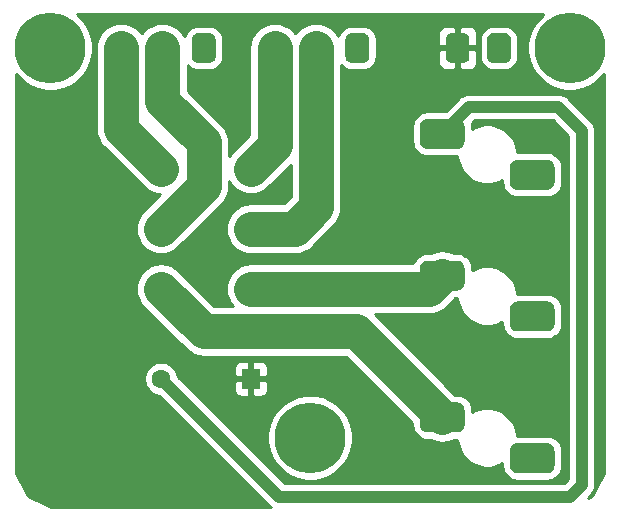
<source format=gtl>
G04 #@! TF.GenerationSoftware,KiCad,Pcbnew,5.1.5-1.fc31*
G04 #@! TF.CreationDate,2020-01-08T13:59:17+01:00*
G04 #@! TF.ProjectId,troll-relay,74726f6c-6c2d-4726-956c-61792e6b6963,rev?*
G04 #@! TF.SameCoordinates,Original*
G04 #@! TF.FileFunction,Copper,L1,Top*
G04 #@! TF.FilePolarity,Positive*
%FSLAX46Y46*%
G04 Gerber Fmt 4.6, Leading zero omitted, Abs format (unit mm)*
G04 Created by KiCad (PCBNEW 5.1.5-1.fc31) date 2020-01-08 13:59:17*
%MOMM*%
%LPD*%
G04 APERTURE LIST*
%ADD10C,0.100000*%
%ADD11C,1.600000*%
%ADD12R,1.600000X1.800000*%
%ADD13C,6.000000*%
%ADD14C,3.000000*%
%ADD15C,1.000000*%
%ADD16C,0.254000*%
G04 APERTURE END LIST*
G04 #@! TA.AperFunction,ComponentPad*
D10*
G36*
X163127241Y-133463058D02*
G01*
X163188882Y-133472201D01*
X163249331Y-133487343D01*
X163308004Y-133508336D01*
X163364337Y-133534980D01*
X163417787Y-133567017D01*
X163467840Y-133604138D01*
X163514013Y-133645987D01*
X163555862Y-133692160D01*
X163592983Y-133742213D01*
X163625020Y-133795663D01*
X163651664Y-133851996D01*
X163672657Y-133910669D01*
X163687799Y-133971118D01*
X163696942Y-134032759D01*
X163700000Y-134095000D01*
X163700000Y-135365000D01*
X163696942Y-135427241D01*
X163687799Y-135488882D01*
X163672657Y-135549331D01*
X163651664Y-135608004D01*
X163625020Y-135664337D01*
X163592983Y-135717787D01*
X163555862Y-135767840D01*
X163514013Y-135814013D01*
X163467840Y-135855862D01*
X163417787Y-135892983D01*
X163364337Y-135925020D01*
X163308004Y-135951664D01*
X163249331Y-135972657D01*
X163188882Y-135987799D01*
X163127241Y-135996942D01*
X163065000Y-136000000D01*
X160555000Y-136000000D01*
X160492759Y-135996942D01*
X160431118Y-135987799D01*
X160370669Y-135972657D01*
X160311996Y-135951664D01*
X160255663Y-135925020D01*
X160202213Y-135892983D01*
X160152160Y-135855862D01*
X160105987Y-135814013D01*
X160064138Y-135767840D01*
X160027017Y-135717787D01*
X159994980Y-135664337D01*
X159968336Y-135608004D01*
X159947343Y-135549331D01*
X159932201Y-135488882D01*
X159923058Y-135427241D01*
X159920000Y-135365000D01*
X159920000Y-134095000D01*
X159923058Y-134032759D01*
X159932201Y-133971118D01*
X159947343Y-133910669D01*
X159968336Y-133851996D01*
X159994980Y-133795663D01*
X160027017Y-133742213D01*
X160064138Y-133692160D01*
X160105987Y-133645987D01*
X160152160Y-133604138D01*
X160202213Y-133567017D01*
X160255663Y-133534980D01*
X160311996Y-133508336D01*
X160370669Y-133487343D01*
X160431118Y-133472201D01*
X160492759Y-133463058D01*
X160555000Y-133460000D01*
X163065000Y-133460000D01*
X163127241Y-133463058D01*
G37*
G04 #@! TD.AperFunction*
G04 #@! TA.AperFunction,ComponentPad*
G36*
X155507241Y-130003058D02*
G01*
X155568882Y-130012201D01*
X155629331Y-130027343D01*
X155688004Y-130048336D01*
X155744337Y-130074980D01*
X155797787Y-130107017D01*
X155847840Y-130144138D01*
X155894013Y-130185987D01*
X155935862Y-130232160D01*
X155972983Y-130282213D01*
X156005020Y-130335663D01*
X156031664Y-130391996D01*
X156052657Y-130450669D01*
X156067799Y-130511118D01*
X156076942Y-130572759D01*
X156080000Y-130635000D01*
X156080000Y-131905000D01*
X156076942Y-131967241D01*
X156067799Y-132028882D01*
X156052657Y-132089331D01*
X156031664Y-132148004D01*
X156005020Y-132204337D01*
X155972983Y-132257787D01*
X155935862Y-132307840D01*
X155894013Y-132354013D01*
X155847840Y-132395862D01*
X155797787Y-132432983D01*
X155744337Y-132465020D01*
X155688004Y-132491664D01*
X155629331Y-132512657D01*
X155568882Y-132527799D01*
X155507241Y-132536942D01*
X155445000Y-132540000D01*
X152935000Y-132540000D01*
X152872759Y-132536942D01*
X152811118Y-132527799D01*
X152750669Y-132512657D01*
X152691996Y-132491664D01*
X152635663Y-132465020D01*
X152582213Y-132432983D01*
X152532160Y-132395862D01*
X152485987Y-132354013D01*
X152444138Y-132307840D01*
X152407017Y-132257787D01*
X152374980Y-132204337D01*
X152348336Y-132148004D01*
X152327343Y-132089331D01*
X152312201Y-132028882D01*
X152303058Y-131967241D01*
X152300000Y-131905000D01*
X152300000Y-130635000D01*
X152303058Y-130572759D01*
X152312201Y-130511118D01*
X152327343Y-130450669D01*
X152348336Y-130391996D01*
X152374980Y-130335663D01*
X152407017Y-130282213D01*
X152444138Y-130232160D01*
X152485987Y-130185987D01*
X152532160Y-130144138D01*
X152582213Y-130107017D01*
X152635663Y-130074980D01*
X152691996Y-130048336D01*
X152750669Y-130027343D01*
X152811118Y-130012201D01*
X152872759Y-130003058D01*
X152935000Y-130000000D01*
X155445000Y-130000000D01*
X155507241Y-130003058D01*
G37*
G04 #@! TD.AperFunction*
G04 #@! TA.AperFunction,ComponentPad*
G36*
X163127241Y-109463058D02*
G01*
X163188882Y-109472201D01*
X163249331Y-109487343D01*
X163308004Y-109508336D01*
X163364337Y-109534980D01*
X163417787Y-109567017D01*
X163467840Y-109604138D01*
X163514013Y-109645987D01*
X163555862Y-109692160D01*
X163592983Y-109742213D01*
X163625020Y-109795663D01*
X163651664Y-109851996D01*
X163672657Y-109910669D01*
X163687799Y-109971118D01*
X163696942Y-110032759D01*
X163700000Y-110095000D01*
X163700000Y-111365000D01*
X163696942Y-111427241D01*
X163687799Y-111488882D01*
X163672657Y-111549331D01*
X163651664Y-111608004D01*
X163625020Y-111664337D01*
X163592983Y-111717787D01*
X163555862Y-111767840D01*
X163514013Y-111814013D01*
X163467840Y-111855862D01*
X163417787Y-111892983D01*
X163364337Y-111925020D01*
X163308004Y-111951664D01*
X163249331Y-111972657D01*
X163188882Y-111987799D01*
X163127241Y-111996942D01*
X163065000Y-112000000D01*
X160555000Y-112000000D01*
X160492759Y-111996942D01*
X160431118Y-111987799D01*
X160370669Y-111972657D01*
X160311996Y-111951664D01*
X160255663Y-111925020D01*
X160202213Y-111892983D01*
X160152160Y-111855862D01*
X160105987Y-111814013D01*
X160064138Y-111767840D01*
X160027017Y-111717787D01*
X159994980Y-111664337D01*
X159968336Y-111608004D01*
X159947343Y-111549331D01*
X159932201Y-111488882D01*
X159923058Y-111427241D01*
X159920000Y-111365000D01*
X159920000Y-110095000D01*
X159923058Y-110032759D01*
X159932201Y-109971118D01*
X159947343Y-109910669D01*
X159968336Y-109851996D01*
X159994980Y-109795663D01*
X160027017Y-109742213D01*
X160064138Y-109692160D01*
X160105987Y-109645987D01*
X160152160Y-109604138D01*
X160202213Y-109567017D01*
X160255663Y-109534980D01*
X160311996Y-109508336D01*
X160370669Y-109487343D01*
X160431118Y-109472201D01*
X160492759Y-109463058D01*
X160555000Y-109460000D01*
X163065000Y-109460000D01*
X163127241Y-109463058D01*
G37*
G04 #@! TD.AperFunction*
G04 #@! TA.AperFunction,ComponentPad*
G36*
X155507241Y-106003058D02*
G01*
X155568882Y-106012201D01*
X155629331Y-106027343D01*
X155688004Y-106048336D01*
X155744337Y-106074980D01*
X155797787Y-106107017D01*
X155847840Y-106144138D01*
X155894013Y-106185987D01*
X155935862Y-106232160D01*
X155972983Y-106282213D01*
X156005020Y-106335663D01*
X156031664Y-106391996D01*
X156052657Y-106450669D01*
X156067799Y-106511118D01*
X156076942Y-106572759D01*
X156080000Y-106635000D01*
X156080000Y-107905000D01*
X156076942Y-107967241D01*
X156067799Y-108028882D01*
X156052657Y-108089331D01*
X156031664Y-108148004D01*
X156005020Y-108204337D01*
X155972983Y-108257787D01*
X155935862Y-108307840D01*
X155894013Y-108354013D01*
X155847840Y-108395862D01*
X155797787Y-108432983D01*
X155744337Y-108465020D01*
X155688004Y-108491664D01*
X155629331Y-108512657D01*
X155568882Y-108527799D01*
X155507241Y-108536942D01*
X155445000Y-108540000D01*
X152935000Y-108540000D01*
X152872759Y-108536942D01*
X152811118Y-108527799D01*
X152750669Y-108512657D01*
X152691996Y-108491664D01*
X152635663Y-108465020D01*
X152582213Y-108432983D01*
X152532160Y-108395862D01*
X152485987Y-108354013D01*
X152444138Y-108307840D01*
X152407017Y-108257787D01*
X152374980Y-108204337D01*
X152348336Y-108148004D01*
X152327343Y-108089331D01*
X152312201Y-108028882D01*
X152303058Y-107967241D01*
X152300000Y-107905000D01*
X152300000Y-106635000D01*
X152303058Y-106572759D01*
X152312201Y-106511118D01*
X152327343Y-106450669D01*
X152348336Y-106391996D01*
X152374980Y-106335663D01*
X152407017Y-106282213D01*
X152444138Y-106232160D01*
X152485987Y-106185987D01*
X152532160Y-106144138D01*
X152582213Y-106107017D01*
X152635663Y-106074980D01*
X152691996Y-106048336D01*
X152750669Y-106027343D01*
X152811118Y-106012201D01*
X152872759Y-106003058D01*
X152935000Y-106000000D01*
X155445000Y-106000000D01*
X155507241Y-106003058D01*
G37*
G04 #@! TD.AperFunction*
G04 #@! TA.AperFunction,ComponentPad*
G36*
X127549009Y-98752408D02*
G01*
X127597545Y-98759607D01*
X127645142Y-98771530D01*
X127691342Y-98788060D01*
X127735698Y-98809039D01*
X127777785Y-98834265D01*
X127817197Y-98863495D01*
X127853553Y-98896447D01*
X127886505Y-98932803D01*
X127915735Y-98972215D01*
X127940961Y-99014302D01*
X127961940Y-99058658D01*
X127978470Y-99104858D01*
X127990393Y-99152455D01*
X127997592Y-99200991D01*
X128000000Y-99250000D01*
X128000000Y-100750000D01*
X127997592Y-100799009D01*
X127990393Y-100847545D01*
X127978470Y-100895142D01*
X127961940Y-100941342D01*
X127940961Y-100985698D01*
X127915735Y-101027785D01*
X127886505Y-101067197D01*
X127853553Y-101103553D01*
X127817197Y-101136505D01*
X127777785Y-101165735D01*
X127735698Y-101190961D01*
X127691342Y-101211940D01*
X127645142Y-101228470D01*
X127597545Y-101240393D01*
X127549009Y-101247592D01*
X127500000Y-101250000D01*
X126500000Y-101250000D01*
X126450991Y-101247592D01*
X126402455Y-101240393D01*
X126354858Y-101228470D01*
X126308658Y-101211940D01*
X126264302Y-101190961D01*
X126222215Y-101165735D01*
X126182803Y-101136505D01*
X126146447Y-101103553D01*
X126113495Y-101067197D01*
X126084265Y-101027785D01*
X126059039Y-100985698D01*
X126038060Y-100941342D01*
X126021530Y-100895142D01*
X126009607Y-100847545D01*
X126002408Y-100799009D01*
X126000000Y-100750000D01*
X126000000Y-99250000D01*
X126002408Y-99200991D01*
X126009607Y-99152455D01*
X126021530Y-99104858D01*
X126038060Y-99058658D01*
X126059039Y-99014302D01*
X126084265Y-98972215D01*
X126113495Y-98932803D01*
X126146447Y-98896447D01*
X126182803Y-98863495D01*
X126222215Y-98834265D01*
X126264302Y-98809039D01*
X126308658Y-98788060D01*
X126354858Y-98771530D01*
X126402455Y-98759607D01*
X126450991Y-98752408D01*
X126500000Y-98750000D01*
X127500000Y-98750000D01*
X127549009Y-98752408D01*
G37*
G04 #@! TD.AperFunction*
G04 #@! TA.AperFunction,ComponentPad*
G36*
X131049009Y-98752408D02*
G01*
X131097545Y-98759607D01*
X131145142Y-98771530D01*
X131191342Y-98788060D01*
X131235698Y-98809039D01*
X131277785Y-98834265D01*
X131317197Y-98863495D01*
X131353553Y-98896447D01*
X131386505Y-98932803D01*
X131415735Y-98972215D01*
X131440961Y-99014302D01*
X131461940Y-99058658D01*
X131478470Y-99104858D01*
X131490393Y-99152455D01*
X131497592Y-99200991D01*
X131500000Y-99250000D01*
X131500000Y-100750000D01*
X131497592Y-100799009D01*
X131490393Y-100847545D01*
X131478470Y-100895142D01*
X131461940Y-100941342D01*
X131440961Y-100985698D01*
X131415735Y-101027785D01*
X131386505Y-101067197D01*
X131353553Y-101103553D01*
X131317197Y-101136505D01*
X131277785Y-101165735D01*
X131235698Y-101190961D01*
X131191342Y-101211940D01*
X131145142Y-101228470D01*
X131097545Y-101240393D01*
X131049009Y-101247592D01*
X131000000Y-101250000D01*
X130000000Y-101250000D01*
X129950991Y-101247592D01*
X129902455Y-101240393D01*
X129854858Y-101228470D01*
X129808658Y-101211940D01*
X129764302Y-101190961D01*
X129722215Y-101165735D01*
X129682803Y-101136505D01*
X129646447Y-101103553D01*
X129613495Y-101067197D01*
X129584265Y-101027785D01*
X129559039Y-100985698D01*
X129538060Y-100941342D01*
X129521530Y-100895142D01*
X129509607Y-100847545D01*
X129502408Y-100799009D01*
X129500000Y-100750000D01*
X129500000Y-99250000D01*
X129502408Y-99200991D01*
X129509607Y-99152455D01*
X129521530Y-99104858D01*
X129538060Y-99058658D01*
X129559039Y-99014302D01*
X129584265Y-98972215D01*
X129613495Y-98932803D01*
X129646447Y-98896447D01*
X129682803Y-98863495D01*
X129722215Y-98834265D01*
X129764302Y-98809039D01*
X129808658Y-98788060D01*
X129854858Y-98771530D01*
X129902455Y-98759607D01*
X129950991Y-98752408D01*
X130000000Y-98750000D01*
X131000000Y-98750000D01*
X131049009Y-98752408D01*
G37*
G04 #@! TD.AperFunction*
G04 #@! TA.AperFunction,ComponentPad*
G36*
X134549009Y-98752408D02*
G01*
X134597545Y-98759607D01*
X134645142Y-98771530D01*
X134691342Y-98788060D01*
X134735698Y-98809039D01*
X134777785Y-98834265D01*
X134817197Y-98863495D01*
X134853553Y-98896447D01*
X134886505Y-98932803D01*
X134915735Y-98972215D01*
X134940961Y-99014302D01*
X134961940Y-99058658D01*
X134978470Y-99104858D01*
X134990393Y-99152455D01*
X134997592Y-99200991D01*
X135000000Y-99250000D01*
X135000000Y-100750000D01*
X134997592Y-100799009D01*
X134990393Y-100847545D01*
X134978470Y-100895142D01*
X134961940Y-100941342D01*
X134940961Y-100985698D01*
X134915735Y-101027785D01*
X134886505Y-101067197D01*
X134853553Y-101103553D01*
X134817197Y-101136505D01*
X134777785Y-101165735D01*
X134735698Y-101190961D01*
X134691342Y-101211940D01*
X134645142Y-101228470D01*
X134597545Y-101240393D01*
X134549009Y-101247592D01*
X134500000Y-101250000D01*
X133500000Y-101250000D01*
X133450991Y-101247592D01*
X133402455Y-101240393D01*
X133354858Y-101228470D01*
X133308658Y-101211940D01*
X133264302Y-101190961D01*
X133222215Y-101165735D01*
X133182803Y-101136505D01*
X133146447Y-101103553D01*
X133113495Y-101067197D01*
X133084265Y-101027785D01*
X133059039Y-100985698D01*
X133038060Y-100941342D01*
X133021530Y-100895142D01*
X133009607Y-100847545D01*
X133002408Y-100799009D01*
X133000000Y-100750000D01*
X133000000Y-99250000D01*
X133002408Y-99200991D01*
X133009607Y-99152455D01*
X133021530Y-99104858D01*
X133038060Y-99058658D01*
X133059039Y-99014302D01*
X133084265Y-98972215D01*
X133113495Y-98932803D01*
X133146447Y-98896447D01*
X133182803Y-98863495D01*
X133222215Y-98834265D01*
X133264302Y-98809039D01*
X133308658Y-98788060D01*
X133354858Y-98771530D01*
X133402455Y-98759607D01*
X133450991Y-98752408D01*
X133500000Y-98750000D01*
X134500000Y-98750000D01*
X134549009Y-98752408D01*
G37*
G04 #@! TD.AperFunction*
G04 #@! TA.AperFunction,ComponentPad*
G36*
X163127241Y-121463058D02*
G01*
X163188882Y-121472201D01*
X163249331Y-121487343D01*
X163308004Y-121508336D01*
X163364337Y-121534980D01*
X163417787Y-121567017D01*
X163467840Y-121604138D01*
X163514013Y-121645987D01*
X163555862Y-121692160D01*
X163592983Y-121742213D01*
X163625020Y-121795663D01*
X163651664Y-121851996D01*
X163672657Y-121910669D01*
X163687799Y-121971118D01*
X163696942Y-122032759D01*
X163700000Y-122095000D01*
X163700000Y-123365000D01*
X163696942Y-123427241D01*
X163687799Y-123488882D01*
X163672657Y-123549331D01*
X163651664Y-123608004D01*
X163625020Y-123664337D01*
X163592983Y-123717787D01*
X163555862Y-123767840D01*
X163514013Y-123814013D01*
X163467840Y-123855862D01*
X163417787Y-123892983D01*
X163364337Y-123925020D01*
X163308004Y-123951664D01*
X163249331Y-123972657D01*
X163188882Y-123987799D01*
X163127241Y-123996942D01*
X163065000Y-124000000D01*
X160555000Y-124000000D01*
X160492759Y-123996942D01*
X160431118Y-123987799D01*
X160370669Y-123972657D01*
X160311996Y-123951664D01*
X160255663Y-123925020D01*
X160202213Y-123892983D01*
X160152160Y-123855862D01*
X160105987Y-123814013D01*
X160064138Y-123767840D01*
X160027017Y-123717787D01*
X159994980Y-123664337D01*
X159968336Y-123608004D01*
X159947343Y-123549331D01*
X159932201Y-123488882D01*
X159923058Y-123427241D01*
X159920000Y-123365000D01*
X159920000Y-122095000D01*
X159923058Y-122032759D01*
X159932201Y-121971118D01*
X159947343Y-121910669D01*
X159968336Y-121851996D01*
X159994980Y-121795663D01*
X160027017Y-121742213D01*
X160064138Y-121692160D01*
X160105987Y-121645987D01*
X160152160Y-121604138D01*
X160202213Y-121567017D01*
X160255663Y-121534980D01*
X160311996Y-121508336D01*
X160370669Y-121487343D01*
X160431118Y-121472201D01*
X160492759Y-121463058D01*
X160555000Y-121460000D01*
X163065000Y-121460000D01*
X163127241Y-121463058D01*
G37*
G04 #@! TD.AperFunction*
G04 #@! TA.AperFunction,ComponentPad*
G36*
X155507241Y-118003058D02*
G01*
X155568882Y-118012201D01*
X155629331Y-118027343D01*
X155688004Y-118048336D01*
X155744337Y-118074980D01*
X155797787Y-118107017D01*
X155847840Y-118144138D01*
X155894013Y-118185987D01*
X155935862Y-118232160D01*
X155972983Y-118282213D01*
X156005020Y-118335663D01*
X156031664Y-118391996D01*
X156052657Y-118450669D01*
X156067799Y-118511118D01*
X156076942Y-118572759D01*
X156080000Y-118635000D01*
X156080000Y-119905000D01*
X156076942Y-119967241D01*
X156067799Y-120028882D01*
X156052657Y-120089331D01*
X156031664Y-120148004D01*
X156005020Y-120204337D01*
X155972983Y-120257787D01*
X155935862Y-120307840D01*
X155894013Y-120354013D01*
X155847840Y-120395862D01*
X155797787Y-120432983D01*
X155744337Y-120465020D01*
X155688004Y-120491664D01*
X155629331Y-120512657D01*
X155568882Y-120527799D01*
X155507241Y-120536942D01*
X155445000Y-120540000D01*
X152935000Y-120540000D01*
X152872759Y-120536942D01*
X152811118Y-120527799D01*
X152750669Y-120512657D01*
X152691996Y-120491664D01*
X152635663Y-120465020D01*
X152582213Y-120432983D01*
X152532160Y-120395862D01*
X152485987Y-120354013D01*
X152444138Y-120307840D01*
X152407017Y-120257787D01*
X152374980Y-120204337D01*
X152348336Y-120148004D01*
X152327343Y-120089331D01*
X152312201Y-120028882D01*
X152303058Y-119967241D01*
X152300000Y-119905000D01*
X152300000Y-118635000D01*
X152303058Y-118572759D01*
X152312201Y-118511118D01*
X152327343Y-118450669D01*
X152348336Y-118391996D01*
X152374980Y-118335663D01*
X152407017Y-118282213D01*
X152444138Y-118232160D01*
X152485987Y-118185987D01*
X152532160Y-118144138D01*
X152582213Y-118107017D01*
X152635663Y-118074980D01*
X152691996Y-118048336D01*
X152750669Y-118027343D01*
X152811118Y-118012201D01*
X152872759Y-118003058D01*
X152935000Y-118000000D01*
X155445000Y-118000000D01*
X155507241Y-118003058D01*
G37*
G04 #@! TD.AperFunction*
G04 #@! TA.AperFunction,ComponentPad*
G36*
X140549009Y-98752408D02*
G01*
X140597545Y-98759607D01*
X140645142Y-98771530D01*
X140691342Y-98788060D01*
X140735698Y-98809039D01*
X140777785Y-98834265D01*
X140817197Y-98863495D01*
X140853553Y-98896447D01*
X140886505Y-98932803D01*
X140915735Y-98972215D01*
X140940961Y-99014302D01*
X140961940Y-99058658D01*
X140978470Y-99104858D01*
X140990393Y-99152455D01*
X140997592Y-99200991D01*
X141000000Y-99250000D01*
X141000000Y-100750000D01*
X140997592Y-100799009D01*
X140990393Y-100847545D01*
X140978470Y-100895142D01*
X140961940Y-100941342D01*
X140940961Y-100985698D01*
X140915735Y-101027785D01*
X140886505Y-101067197D01*
X140853553Y-101103553D01*
X140817197Y-101136505D01*
X140777785Y-101165735D01*
X140735698Y-101190961D01*
X140691342Y-101211940D01*
X140645142Y-101228470D01*
X140597545Y-101240393D01*
X140549009Y-101247592D01*
X140500000Y-101250000D01*
X139500000Y-101250000D01*
X139450991Y-101247592D01*
X139402455Y-101240393D01*
X139354858Y-101228470D01*
X139308658Y-101211940D01*
X139264302Y-101190961D01*
X139222215Y-101165735D01*
X139182803Y-101136505D01*
X139146447Y-101103553D01*
X139113495Y-101067197D01*
X139084265Y-101027785D01*
X139059039Y-100985698D01*
X139038060Y-100941342D01*
X139021530Y-100895142D01*
X139009607Y-100847545D01*
X139002408Y-100799009D01*
X139000000Y-100750000D01*
X139000000Y-99250000D01*
X139002408Y-99200991D01*
X139009607Y-99152455D01*
X139021530Y-99104858D01*
X139038060Y-99058658D01*
X139059039Y-99014302D01*
X139084265Y-98972215D01*
X139113495Y-98932803D01*
X139146447Y-98896447D01*
X139182803Y-98863495D01*
X139222215Y-98834265D01*
X139264302Y-98809039D01*
X139308658Y-98788060D01*
X139354858Y-98771530D01*
X139402455Y-98759607D01*
X139450991Y-98752408D01*
X139500000Y-98750000D01*
X140500000Y-98750000D01*
X140549009Y-98752408D01*
G37*
G04 #@! TD.AperFunction*
G04 #@! TA.AperFunction,ComponentPad*
G36*
X144049009Y-98752408D02*
G01*
X144097545Y-98759607D01*
X144145142Y-98771530D01*
X144191342Y-98788060D01*
X144235698Y-98809039D01*
X144277785Y-98834265D01*
X144317197Y-98863495D01*
X144353553Y-98896447D01*
X144386505Y-98932803D01*
X144415735Y-98972215D01*
X144440961Y-99014302D01*
X144461940Y-99058658D01*
X144478470Y-99104858D01*
X144490393Y-99152455D01*
X144497592Y-99200991D01*
X144500000Y-99250000D01*
X144500000Y-100750000D01*
X144497592Y-100799009D01*
X144490393Y-100847545D01*
X144478470Y-100895142D01*
X144461940Y-100941342D01*
X144440961Y-100985698D01*
X144415735Y-101027785D01*
X144386505Y-101067197D01*
X144353553Y-101103553D01*
X144317197Y-101136505D01*
X144277785Y-101165735D01*
X144235698Y-101190961D01*
X144191342Y-101211940D01*
X144145142Y-101228470D01*
X144097545Y-101240393D01*
X144049009Y-101247592D01*
X144000000Y-101250000D01*
X143000000Y-101250000D01*
X142950991Y-101247592D01*
X142902455Y-101240393D01*
X142854858Y-101228470D01*
X142808658Y-101211940D01*
X142764302Y-101190961D01*
X142722215Y-101165735D01*
X142682803Y-101136505D01*
X142646447Y-101103553D01*
X142613495Y-101067197D01*
X142584265Y-101027785D01*
X142559039Y-100985698D01*
X142538060Y-100941342D01*
X142521530Y-100895142D01*
X142509607Y-100847545D01*
X142502408Y-100799009D01*
X142500000Y-100750000D01*
X142500000Y-99250000D01*
X142502408Y-99200991D01*
X142509607Y-99152455D01*
X142521530Y-99104858D01*
X142538060Y-99058658D01*
X142559039Y-99014302D01*
X142584265Y-98972215D01*
X142613495Y-98932803D01*
X142646447Y-98896447D01*
X142682803Y-98863495D01*
X142722215Y-98834265D01*
X142764302Y-98809039D01*
X142808658Y-98788060D01*
X142854858Y-98771530D01*
X142902455Y-98759607D01*
X142950991Y-98752408D01*
X143000000Y-98750000D01*
X144000000Y-98750000D01*
X144049009Y-98752408D01*
G37*
G04 #@! TD.AperFunction*
G04 #@! TA.AperFunction,ComponentPad*
G36*
X147549009Y-98752408D02*
G01*
X147597545Y-98759607D01*
X147645142Y-98771530D01*
X147691342Y-98788060D01*
X147735698Y-98809039D01*
X147777785Y-98834265D01*
X147817197Y-98863495D01*
X147853553Y-98896447D01*
X147886505Y-98932803D01*
X147915735Y-98972215D01*
X147940961Y-99014302D01*
X147961940Y-99058658D01*
X147978470Y-99104858D01*
X147990393Y-99152455D01*
X147997592Y-99200991D01*
X148000000Y-99250000D01*
X148000000Y-100750000D01*
X147997592Y-100799009D01*
X147990393Y-100847545D01*
X147978470Y-100895142D01*
X147961940Y-100941342D01*
X147940961Y-100985698D01*
X147915735Y-101027785D01*
X147886505Y-101067197D01*
X147853553Y-101103553D01*
X147817197Y-101136505D01*
X147777785Y-101165735D01*
X147735698Y-101190961D01*
X147691342Y-101211940D01*
X147645142Y-101228470D01*
X147597545Y-101240393D01*
X147549009Y-101247592D01*
X147500000Y-101250000D01*
X146500000Y-101250000D01*
X146450991Y-101247592D01*
X146402455Y-101240393D01*
X146354858Y-101228470D01*
X146308658Y-101211940D01*
X146264302Y-101190961D01*
X146222215Y-101165735D01*
X146182803Y-101136505D01*
X146146447Y-101103553D01*
X146113495Y-101067197D01*
X146084265Y-101027785D01*
X146059039Y-100985698D01*
X146038060Y-100941342D01*
X146021530Y-100895142D01*
X146009607Y-100847545D01*
X146002408Y-100799009D01*
X146000000Y-100750000D01*
X146000000Y-99250000D01*
X146002408Y-99200991D01*
X146009607Y-99152455D01*
X146021530Y-99104858D01*
X146038060Y-99058658D01*
X146059039Y-99014302D01*
X146084265Y-98972215D01*
X146113495Y-98932803D01*
X146146447Y-98896447D01*
X146182803Y-98863495D01*
X146222215Y-98834265D01*
X146264302Y-98809039D01*
X146308658Y-98788060D01*
X146354858Y-98771530D01*
X146402455Y-98759607D01*
X146450991Y-98752408D01*
X146500000Y-98750000D01*
X147500000Y-98750000D01*
X147549009Y-98752408D01*
G37*
G04 #@! TD.AperFunction*
G04 #@! TA.AperFunction,ComponentPad*
G36*
X156049009Y-98752408D02*
G01*
X156097545Y-98759607D01*
X156145142Y-98771530D01*
X156191342Y-98788060D01*
X156235698Y-98809039D01*
X156277785Y-98834265D01*
X156317197Y-98863495D01*
X156353553Y-98896447D01*
X156386505Y-98932803D01*
X156415735Y-98972215D01*
X156440961Y-99014302D01*
X156461940Y-99058658D01*
X156478470Y-99104858D01*
X156490393Y-99152455D01*
X156497592Y-99200991D01*
X156500000Y-99250000D01*
X156500000Y-100750000D01*
X156497592Y-100799009D01*
X156490393Y-100847545D01*
X156478470Y-100895142D01*
X156461940Y-100941342D01*
X156440961Y-100985698D01*
X156415735Y-101027785D01*
X156386505Y-101067197D01*
X156353553Y-101103553D01*
X156317197Y-101136505D01*
X156277785Y-101165735D01*
X156235698Y-101190961D01*
X156191342Y-101211940D01*
X156145142Y-101228470D01*
X156097545Y-101240393D01*
X156049009Y-101247592D01*
X156000000Y-101250000D01*
X155000000Y-101250000D01*
X154950991Y-101247592D01*
X154902455Y-101240393D01*
X154854858Y-101228470D01*
X154808658Y-101211940D01*
X154764302Y-101190961D01*
X154722215Y-101165735D01*
X154682803Y-101136505D01*
X154646447Y-101103553D01*
X154613495Y-101067197D01*
X154584265Y-101027785D01*
X154559039Y-100985698D01*
X154538060Y-100941342D01*
X154521530Y-100895142D01*
X154509607Y-100847545D01*
X154502408Y-100799009D01*
X154500000Y-100750000D01*
X154500000Y-99250000D01*
X154502408Y-99200991D01*
X154509607Y-99152455D01*
X154521530Y-99104858D01*
X154538060Y-99058658D01*
X154559039Y-99014302D01*
X154584265Y-98972215D01*
X154613495Y-98932803D01*
X154646447Y-98896447D01*
X154682803Y-98863495D01*
X154722215Y-98834265D01*
X154764302Y-98809039D01*
X154808658Y-98788060D01*
X154854858Y-98771530D01*
X154902455Y-98759607D01*
X154950991Y-98752408D01*
X155000000Y-98750000D01*
X156000000Y-98750000D01*
X156049009Y-98752408D01*
G37*
G04 #@! TD.AperFunction*
G04 #@! TA.AperFunction,ComponentPad*
G36*
X159549009Y-98752408D02*
G01*
X159597545Y-98759607D01*
X159645142Y-98771530D01*
X159691342Y-98788060D01*
X159735698Y-98809039D01*
X159777785Y-98834265D01*
X159817197Y-98863495D01*
X159853553Y-98896447D01*
X159886505Y-98932803D01*
X159915735Y-98972215D01*
X159940961Y-99014302D01*
X159961940Y-99058658D01*
X159978470Y-99104858D01*
X159990393Y-99152455D01*
X159997592Y-99200991D01*
X160000000Y-99250000D01*
X160000000Y-100750000D01*
X159997592Y-100799009D01*
X159990393Y-100847545D01*
X159978470Y-100895142D01*
X159961940Y-100941342D01*
X159940961Y-100985698D01*
X159915735Y-101027785D01*
X159886505Y-101067197D01*
X159853553Y-101103553D01*
X159817197Y-101136505D01*
X159777785Y-101165735D01*
X159735698Y-101190961D01*
X159691342Y-101211940D01*
X159645142Y-101228470D01*
X159597545Y-101240393D01*
X159549009Y-101247592D01*
X159500000Y-101250000D01*
X158500000Y-101250000D01*
X158450991Y-101247592D01*
X158402455Y-101240393D01*
X158354858Y-101228470D01*
X158308658Y-101211940D01*
X158264302Y-101190961D01*
X158222215Y-101165735D01*
X158182803Y-101136505D01*
X158146447Y-101103553D01*
X158113495Y-101067197D01*
X158084265Y-101027785D01*
X158059039Y-100985698D01*
X158038060Y-100941342D01*
X158021530Y-100895142D01*
X158009607Y-100847545D01*
X158002408Y-100799009D01*
X158000000Y-100750000D01*
X158000000Y-99250000D01*
X158002408Y-99200991D01*
X158009607Y-99152455D01*
X158021530Y-99104858D01*
X158038060Y-99058658D01*
X158059039Y-99014302D01*
X158084265Y-98972215D01*
X158113495Y-98932803D01*
X158146447Y-98896447D01*
X158182803Y-98863495D01*
X158222215Y-98834265D01*
X158264302Y-98809039D01*
X158308658Y-98788060D01*
X158354858Y-98771530D01*
X158402455Y-98759607D01*
X158450991Y-98752408D01*
X158500000Y-98750000D01*
X159500000Y-98750000D01*
X159549009Y-98752408D01*
G37*
G04 #@! TD.AperFunction*
D11*
X138000000Y-115300000D03*
X138000000Y-110220000D03*
X138000000Y-120380000D03*
X130380000Y-128000000D03*
D12*
X138000000Y-128000000D03*
D11*
X130380000Y-110220000D03*
X130380000Y-115300000D03*
X130380000Y-120380000D03*
D13*
X143000000Y-133000000D03*
X121000000Y-100000000D03*
X165000000Y-100000000D03*
D14*
X153080000Y-120380000D02*
X154190000Y-119270000D01*
X138000000Y-120380000D02*
X153080000Y-120380000D01*
X146920000Y-124000000D02*
X154190000Y-131270000D01*
X130380000Y-120380000D02*
X134000000Y-124000000D01*
X134000000Y-124000000D02*
X146920000Y-124000000D01*
D15*
X154190000Y-107270000D02*
X156460000Y-105000000D01*
X156460000Y-105000000D02*
X164000000Y-105000000D01*
X164000000Y-105000000D02*
X166000000Y-107000000D01*
X166000000Y-107000000D02*
X166000000Y-137000000D01*
X166000000Y-137000000D02*
X165000000Y-138000000D01*
X140380000Y-138000000D02*
X130380000Y-128000000D01*
X165000000Y-138000000D02*
X140380000Y-138000000D01*
D14*
X140000000Y-108220000D02*
X138000000Y-110220000D01*
X140000000Y-100000000D02*
X140000000Y-108220000D01*
X130380000Y-115300000D02*
X134000000Y-111680000D01*
X134000000Y-111680000D02*
X134000000Y-108000000D01*
X130500000Y-104500000D02*
X130500000Y-100000000D01*
X134000000Y-108000000D02*
X130500000Y-104500000D01*
X143500000Y-100000000D02*
X143500000Y-113500000D01*
X141700000Y-115300000D02*
X138000000Y-115300000D01*
X143500000Y-113500000D02*
X141700000Y-115300000D01*
X127000000Y-106840000D02*
X130380000Y-110220000D01*
X127000000Y-100000000D02*
X127000000Y-106840000D01*
D16*
G36*
X162682823Y-97176511D02*
G01*
X162176511Y-97682823D01*
X161778705Y-98278182D01*
X161504691Y-98939710D01*
X161365000Y-99641984D01*
X161365000Y-100358016D01*
X161504691Y-101060290D01*
X161778705Y-101721818D01*
X162176511Y-102317177D01*
X162682823Y-102823489D01*
X163278182Y-103221295D01*
X163939710Y-103495309D01*
X164641984Y-103635000D01*
X165358016Y-103635000D01*
X166060290Y-103495309D01*
X166721818Y-103221295D01*
X167317177Y-102823489D01*
X167823489Y-102317177D01*
X167873000Y-102243079D01*
X167873000Y-135970020D01*
X166905340Y-137905340D01*
X166494243Y-138110888D01*
X166763145Y-137841987D01*
X166806449Y-137806449D01*
X166889684Y-137705028D01*
X166948284Y-137633623D01*
X167053676Y-137436447D01*
X167118577Y-137222499D01*
X167140491Y-137000000D01*
X167135000Y-136944248D01*
X167135000Y-107055751D01*
X167140491Y-106999999D01*
X167118577Y-106777500D01*
X167075767Y-106636378D01*
X167053676Y-106563553D01*
X166948284Y-106366377D01*
X166806449Y-106193551D01*
X166763141Y-106158009D01*
X164841996Y-104236865D01*
X164806449Y-104193551D01*
X164633623Y-104051716D01*
X164436447Y-103946324D01*
X164222499Y-103881423D01*
X164055752Y-103865000D01*
X164055751Y-103865000D01*
X164000000Y-103859509D01*
X163944249Y-103865000D01*
X156515752Y-103865000D01*
X156460000Y-103859509D01*
X156404248Y-103865000D01*
X156237501Y-103881423D01*
X156023553Y-103946324D01*
X155826377Y-104051716D01*
X155653551Y-104193551D01*
X155618009Y-104236859D01*
X154492941Y-105361928D01*
X152935000Y-105361928D01*
X152686636Y-105386390D01*
X152447816Y-105458835D01*
X152227719Y-105576479D01*
X152034802Y-105734802D01*
X151876479Y-105927719D01*
X151758835Y-106147816D01*
X151686390Y-106386636D01*
X151661928Y-106635000D01*
X151661928Y-107905000D01*
X151686390Y-108153364D01*
X151758835Y-108392184D01*
X151876479Y-108612281D01*
X152034802Y-108805198D01*
X152227719Y-108963521D01*
X152447816Y-109081165D01*
X152686636Y-109153610D01*
X152935000Y-109178072D01*
X155445000Y-109178072D01*
X155475000Y-109175117D01*
X155475000Y-109248691D01*
X155572035Y-109736515D01*
X155762374Y-110196036D01*
X156038705Y-110609593D01*
X156390407Y-110961295D01*
X156803964Y-111237626D01*
X157263485Y-111427965D01*
X157751309Y-111525000D01*
X158248691Y-111525000D01*
X158736515Y-111427965D01*
X159196036Y-111237626D01*
X159281928Y-111180235D01*
X159281928Y-111365000D01*
X159306390Y-111613364D01*
X159378835Y-111852184D01*
X159496479Y-112072281D01*
X159654802Y-112265198D01*
X159847719Y-112423521D01*
X160067816Y-112541165D01*
X160306636Y-112613610D01*
X160555000Y-112638072D01*
X163065000Y-112638072D01*
X163313364Y-112613610D01*
X163552184Y-112541165D01*
X163772281Y-112423521D01*
X163965198Y-112265198D01*
X164123521Y-112072281D01*
X164241165Y-111852184D01*
X164313610Y-111613364D01*
X164338072Y-111365000D01*
X164338072Y-110095000D01*
X164313610Y-109846636D01*
X164241165Y-109607816D01*
X164123521Y-109387719D01*
X163965198Y-109194802D01*
X163772281Y-109036479D01*
X163552184Y-108918835D01*
X163313364Y-108846390D01*
X163065000Y-108821928D01*
X160555000Y-108821928D01*
X160525000Y-108824883D01*
X160525000Y-108751309D01*
X160427965Y-108263485D01*
X160237626Y-107803964D01*
X159961295Y-107390407D01*
X159609593Y-107038705D01*
X159196036Y-106762374D01*
X158736515Y-106572035D01*
X158248691Y-106475000D01*
X157751309Y-106475000D01*
X157263485Y-106572035D01*
X156803964Y-106762374D01*
X156718072Y-106819765D01*
X156718072Y-106635000D01*
X156693610Y-106386636D01*
X156690092Y-106375039D01*
X156930132Y-106135000D01*
X163529869Y-106135000D01*
X164865000Y-107470132D01*
X164865001Y-136529867D01*
X164529868Y-136865000D01*
X140850133Y-136865000D01*
X136627117Y-132641984D01*
X139365000Y-132641984D01*
X139365000Y-133358016D01*
X139504691Y-134060290D01*
X139778705Y-134721818D01*
X140176511Y-135317177D01*
X140682823Y-135823489D01*
X141278182Y-136221295D01*
X141939710Y-136495309D01*
X142641984Y-136635000D01*
X143358016Y-136635000D01*
X144060290Y-136495309D01*
X144721818Y-136221295D01*
X145317177Y-135823489D01*
X145823489Y-135317177D01*
X146221295Y-134721818D01*
X146495309Y-134060290D01*
X146635000Y-133358016D01*
X146635000Y-132641984D01*
X146495309Y-131939710D01*
X146221295Y-131278182D01*
X145823489Y-130682823D01*
X145317177Y-130176511D01*
X144721818Y-129778705D01*
X144060290Y-129504691D01*
X143358016Y-129365000D01*
X142641984Y-129365000D01*
X141939710Y-129504691D01*
X141278182Y-129778705D01*
X140682823Y-130176511D01*
X140176511Y-130682823D01*
X139778705Y-131278182D01*
X139504691Y-131939710D01*
X139365000Y-132641984D01*
X136627117Y-132641984D01*
X132885132Y-128900000D01*
X136561928Y-128900000D01*
X136574188Y-129024482D01*
X136610498Y-129144180D01*
X136669463Y-129254494D01*
X136748815Y-129351185D01*
X136845506Y-129430537D01*
X136955820Y-129489502D01*
X137075518Y-129525812D01*
X137200000Y-129538072D01*
X137714250Y-129535000D01*
X137873000Y-129376250D01*
X137873000Y-128127000D01*
X138127000Y-128127000D01*
X138127000Y-129376250D01*
X138285750Y-129535000D01*
X138800000Y-129538072D01*
X138924482Y-129525812D01*
X139044180Y-129489502D01*
X139154494Y-129430537D01*
X139251185Y-129351185D01*
X139330537Y-129254494D01*
X139389502Y-129144180D01*
X139425812Y-129024482D01*
X139438072Y-128900000D01*
X139435000Y-128285750D01*
X139276250Y-128127000D01*
X138127000Y-128127000D01*
X137873000Y-128127000D01*
X136723750Y-128127000D01*
X136565000Y-128285750D01*
X136561928Y-128900000D01*
X132885132Y-128900000D01*
X131807850Y-127822719D01*
X131759853Y-127581426D01*
X131651680Y-127320273D01*
X131504499Y-127100000D01*
X136561928Y-127100000D01*
X136565000Y-127714250D01*
X136723750Y-127873000D01*
X137873000Y-127873000D01*
X137873000Y-126623750D01*
X138127000Y-126623750D01*
X138127000Y-127873000D01*
X139276250Y-127873000D01*
X139435000Y-127714250D01*
X139438072Y-127100000D01*
X139425812Y-126975518D01*
X139389502Y-126855820D01*
X139330537Y-126745506D01*
X139251185Y-126648815D01*
X139154494Y-126569463D01*
X139044180Y-126510498D01*
X138924482Y-126474188D01*
X138800000Y-126461928D01*
X138285750Y-126465000D01*
X138127000Y-126623750D01*
X137873000Y-126623750D01*
X137714250Y-126465000D01*
X137200000Y-126461928D01*
X137075518Y-126474188D01*
X136955820Y-126510498D01*
X136845506Y-126569463D01*
X136748815Y-126648815D01*
X136669463Y-126745506D01*
X136610498Y-126855820D01*
X136574188Y-126975518D01*
X136561928Y-127100000D01*
X131504499Y-127100000D01*
X131494637Y-127085241D01*
X131294759Y-126885363D01*
X131059727Y-126728320D01*
X130798574Y-126620147D01*
X130521335Y-126565000D01*
X130238665Y-126565000D01*
X129961426Y-126620147D01*
X129700273Y-126728320D01*
X129465241Y-126885363D01*
X129265363Y-127085241D01*
X129108320Y-127320273D01*
X129000147Y-127581426D01*
X128945000Y-127858665D01*
X128945000Y-128141335D01*
X129000147Y-128418574D01*
X129108320Y-128679727D01*
X129265363Y-128914759D01*
X129465241Y-129114637D01*
X129700273Y-129271680D01*
X129961426Y-129379853D01*
X130202719Y-129427850D01*
X139538013Y-138763146D01*
X139573551Y-138806449D01*
X139616854Y-138841987D01*
X139616856Y-138841989D01*
X139654643Y-138873000D01*
X121029980Y-138873000D01*
X119094660Y-137905340D01*
X118127000Y-135970020D01*
X118127000Y-120380000D01*
X128234671Y-120380000D01*
X128275893Y-120798533D01*
X128397975Y-121200982D01*
X128596224Y-121571881D01*
X128796165Y-121815510D01*
X132416167Y-125435513D01*
X132483023Y-125516977D01*
X132564487Y-125583833D01*
X132564489Y-125583835D01*
X132736338Y-125724868D01*
X132808119Y-125783777D01*
X133179018Y-125982026D01*
X133581467Y-126104108D01*
X133895118Y-126135000D01*
X133895127Y-126135000D01*
X133999999Y-126145329D01*
X134104871Y-126135000D01*
X146035655Y-126135000D01*
X151661928Y-131761274D01*
X151661928Y-131905000D01*
X151686390Y-132153364D01*
X151758835Y-132392184D01*
X151876479Y-132612281D01*
X152034802Y-132805198D01*
X152227719Y-132963521D01*
X152447816Y-133081165D01*
X152686636Y-133153610D01*
X152935000Y-133178072D01*
X153230660Y-133178072D01*
X153369018Y-133252026D01*
X153771466Y-133374108D01*
X154190000Y-133415329D01*
X154608533Y-133374108D01*
X155010982Y-133252026D01*
X155149340Y-133178072D01*
X155445000Y-133178072D01*
X155475000Y-133175117D01*
X155475000Y-133248691D01*
X155572035Y-133736515D01*
X155762374Y-134196036D01*
X156038705Y-134609593D01*
X156390407Y-134961295D01*
X156803964Y-135237626D01*
X157263485Y-135427965D01*
X157751309Y-135525000D01*
X158248691Y-135525000D01*
X158736515Y-135427965D01*
X159196036Y-135237626D01*
X159281928Y-135180235D01*
X159281928Y-135365000D01*
X159306390Y-135613364D01*
X159378835Y-135852184D01*
X159496479Y-136072281D01*
X159654802Y-136265198D01*
X159847719Y-136423521D01*
X160067816Y-136541165D01*
X160306636Y-136613610D01*
X160555000Y-136638072D01*
X163065000Y-136638072D01*
X163313364Y-136613610D01*
X163552184Y-136541165D01*
X163772281Y-136423521D01*
X163965198Y-136265198D01*
X164123521Y-136072281D01*
X164241165Y-135852184D01*
X164313610Y-135613364D01*
X164338072Y-135365000D01*
X164338072Y-134095000D01*
X164313610Y-133846636D01*
X164241165Y-133607816D01*
X164123521Y-133387719D01*
X163965198Y-133194802D01*
X163772281Y-133036479D01*
X163552184Y-132918835D01*
X163313364Y-132846390D01*
X163065000Y-132821928D01*
X160555000Y-132821928D01*
X160525000Y-132824883D01*
X160525000Y-132751309D01*
X160427965Y-132263485D01*
X160237626Y-131803964D01*
X159961295Y-131390407D01*
X159609593Y-131038705D01*
X159196036Y-130762374D01*
X158736515Y-130572035D01*
X158248691Y-130475000D01*
X157751309Y-130475000D01*
X157263485Y-130572035D01*
X156803964Y-130762374D01*
X156718072Y-130819765D01*
X156718072Y-130635000D01*
X156693610Y-130386636D01*
X156621165Y-130147816D01*
X156503521Y-129927719D01*
X156345198Y-129734802D01*
X156152281Y-129576479D01*
X155932184Y-129458835D01*
X155693364Y-129386390D01*
X155445000Y-129361928D01*
X155301274Y-129361928D01*
X148503837Y-122564492D01*
X148463220Y-122515000D01*
X152975128Y-122515000D01*
X153080000Y-122525329D01*
X153184872Y-122515000D01*
X153184882Y-122515000D01*
X153498533Y-122484108D01*
X153900982Y-122362026D01*
X154271881Y-122163777D01*
X154596977Y-121896977D01*
X154663837Y-121815508D01*
X155301273Y-121178072D01*
X155445000Y-121178072D01*
X155475000Y-121175117D01*
X155475000Y-121248691D01*
X155572035Y-121736515D01*
X155762374Y-122196036D01*
X156038705Y-122609593D01*
X156390407Y-122961295D01*
X156803964Y-123237626D01*
X157263485Y-123427965D01*
X157751309Y-123525000D01*
X158248691Y-123525000D01*
X158736515Y-123427965D01*
X159196036Y-123237626D01*
X159281928Y-123180235D01*
X159281928Y-123365000D01*
X159306390Y-123613364D01*
X159378835Y-123852184D01*
X159496479Y-124072281D01*
X159654802Y-124265198D01*
X159847719Y-124423521D01*
X160067816Y-124541165D01*
X160306636Y-124613610D01*
X160555000Y-124638072D01*
X163065000Y-124638072D01*
X163313364Y-124613610D01*
X163552184Y-124541165D01*
X163772281Y-124423521D01*
X163965198Y-124265198D01*
X164123521Y-124072281D01*
X164241165Y-123852184D01*
X164313610Y-123613364D01*
X164338072Y-123365000D01*
X164338072Y-122095000D01*
X164313610Y-121846636D01*
X164241165Y-121607816D01*
X164123521Y-121387719D01*
X163965198Y-121194802D01*
X163772281Y-121036479D01*
X163552184Y-120918835D01*
X163313364Y-120846390D01*
X163065000Y-120821928D01*
X160555000Y-120821928D01*
X160525000Y-120824883D01*
X160525000Y-120751309D01*
X160427965Y-120263485D01*
X160237626Y-119803964D01*
X159961295Y-119390407D01*
X159609593Y-119038705D01*
X159196036Y-118762374D01*
X158736515Y-118572035D01*
X158248691Y-118475000D01*
X157751309Y-118475000D01*
X157263485Y-118572035D01*
X156803964Y-118762374D01*
X156718072Y-118819765D01*
X156718072Y-118635000D01*
X156693610Y-118386636D01*
X156621165Y-118147816D01*
X156503521Y-117927719D01*
X156345198Y-117734802D01*
X156152281Y-117576479D01*
X155932184Y-117458835D01*
X155693364Y-117386390D01*
X155445000Y-117361928D01*
X155149339Y-117361928D01*
X155010982Y-117287975D01*
X154608533Y-117165893D01*
X154189999Y-117124671D01*
X153771466Y-117165893D01*
X153369017Y-117287975D01*
X153230661Y-117361928D01*
X152935000Y-117361928D01*
X152686636Y-117386390D01*
X152447816Y-117458835D01*
X152227719Y-117576479D01*
X152034802Y-117734802D01*
X151876479Y-117927719D01*
X151758835Y-118147816D01*
X151729355Y-118245000D01*
X137895118Y-118245000D01*
X137581467Y-118275892D01*
X137179018Y-118397974D01*
X136808119Y-118596223D01*
X136483023Y-118863023D01*
X136216223Y-119188119D01*
X136017974Y-119559018D01*
X135895892Y-119961467D01*
X135854670Y-120380000D01*
X135895892Y-120798533D01*
X136017974Y-121200982D01*
X136216223Y-121571881D01*
X136456780Y-121865000D01*
X134884346Y-121865000D01*
X131815510Y-118796165D01*
X131571881Y-118596224D01*
X131200982Y-118397975D01*
X130798533Y-118275893D01*
X130380000Y-118234671D01*
X129961467Y-118275893D01*
X129559018Y-118397975D01*
X129188119Y-118596224D01*
X128863023Y-118863023D01*
X128596224Y-119188119D01*
X128397975Y-119559018D01*
X128275893Y-119961467D01*
X128234671Y-120380000D01*
X118127000Y-120380000D01*
X118127000Y-106840000D01*
X124854671Y-106840000D01*
X124895893Y-107258533D01*
X125017975Y-107660982D01*
X125216224Y-108031881D01*
X125416165Y-108275510D01*
X125416168Y-108275513D01*
X125483024Y-108356977D01*
X125564487Y-108423832D01*
X128944489Y-111803835D01*
X129188118Y-112003776D01*
X129559018Y-112202026D01*
X129961466Y-112324108D01*
X130302917Y-112357737D01*
X128796165Y-113864490D01*
X128596224Y-114108119D01*
X128397975Y-114479018D01*
X128275893Y-114881467D01*
X128234671Y-115300000D01*
X128275893Y-115718533D01*
X128397975Y-116120982D01*
X128596224Y-116491881D01*
X128863023Y-116816977D01*
X129188119Y-117083776D01*
X129559018Y-117282025D01*
X129961467Y-117404107D01*
X130380000Y-117445329D01*
X130798533Y-117404107D01*
X131200982Y-117282025D01*
X131571881Y-117083776D01*
X131815510Y-116883835D01*
X135435513Y-113263833D01*
X135516977Y-113196977D01*
X135783777Y-112871881D01*
X135982026Y-112500982D01*
X136104108Y-112098533D01*
X136135000Y-111784882D01*
X136135000Y-111784873D01*
X136145329Y-111680001D01*
X136135000Y-111575129D01*
X136135000Y-111259921D01*
X136216224Y-111411881D01*
X136483023Y-111736977D01*
X136808119Y-112003776D01*
X137179018Y-112202025D01*
X137581467Y-112324107D01*
X138000000Y-112365329D01*
X138418533Y-112324107D01*
X138820982Y-112202025D01*
X139191881Y-112003776D01*
X139435510Y-111803835D01*
X141365001Y-109874345D01*
X141365001Y-112615653D01*
X140815655Y-113165000D01*
X137895118Y-113165000D01*
X137581467Y-113195892D01*
X137179018Y-113317974D01*
X136808119Y-113516223D01*
X136483023Y-113783023D01*
X136216223Y-114108119D01*
X136017974Y-114479018D01*
X135895892Y-114881467D01*
X135854670Y-115300000D01*
X135895892Y-115718533D01*
X136017974Y-116120982D01*
X136216223Y-116491881D01*
X136483023Y-116816977D01*
X136808119Y-117083777D01*
X137179018Y-117282026D01*
X137581467Y-117404108D01*
X137895118Y-117435000D01*
X141595128Y-117435000D01*
X141700000Y-117445329D01*
X141804872Y-117435000D01*
X141804882Y-117435000D01*
X142118533Y-117404108D01*
X142520982Y-117282026D01*
X142891881Y-117083777D01*
X143216977Y-116816977D01*
X143283837Y-116735508D01*
X144935513Y-115083833D01*
X145016977Y-115016977D01*
X145128188Y-114881467D01*
X145283776Y-114691882D01*
X145397554Y-114479018D01*
X145482026Y-114320982D01*
X145604108Y-113918533D01*
X145635000Y-113604882D01*
X145635000Y-113604873D01*
X145645329Y-113500001D01*
X145635000Y-113395129D01*
X145635000Y-101481309D01*
X145695262Y-101554738D01*
X145867721Y-101696272D01*
X146064479Y-101801441D01*
X146277973Y-101866204D01*
X146500000Y-101888072D01*
X147500000Y-101888072D01*
X147722027Y-101866204D01*
X147935521Y-101801441D01*
X148132279Y-101696272D01*
X148304738Y-101554738D01*
X148446272Y-101382279D01*
X148516976Y-101250000D01*
X153861928Y-101250000D01*
X153874188Y-101374482D01*
X153910498Y-101494180D01*
X153969463Y-101604494D01*
X154048815Y-101701185D01*
X154145506Y-101780537D01*
X154255820Y-101839502D01*
X154375518Y-101875812D01*
X154500000Y-101888072D01*
X155214250Y-101885000D01*
X155373000Y-101726250D01*
X155373000Y-100127000D01*
X155627000Y-100127000D01*
X155627000Y-101726250D01*
X155785750Y-101885000D01*
X156500000Y-101888072D01*
X156624482Y-101875812D01*
X156744180Y-101839502D01*
X156854494Y-101780537D01*
X156951185Y-101701185D01*
X157030537Y-101604494D01*
X157089502Y-101494180D01*
X157125812Y-101374482D01*
X157138072Y-101250000D01*
X157135000Y-100285750D01*
X156976250Y-100127000D01*
X155627000Y-100127000D01*
X155373000Y-100127000D01*
X154023750Y-100127000D01*
X153865000Y-100285750D01*
X153861928Y-101250000D01*
X148516976Y-101250000D01*
X148551441Y-101185521D01*
X148616204Y-100972027D01*
X148638072Y-100750000D01*
X148638072Y-99250000D01*
X148616204Y-99027973D01*
X148551441Y-98814479D01*
X148516977Y-98750000D01*
X153861928Y-98750000D01*
X153865000Y-99714250D01*
X154023750Y-99873000D01*
X155373000Y-99873000D01*
X155373000Y-98273750D01*
X155627000Y-98273750D01*
X155627000Y-99873000D01*
X156976250Y-99873000D01*
X157135000Y-99714250D01*
X157136479Y-99250000D01*
X157361928Y-99250000D01*
X157361928Y-100750000D01*
X157383796Y-100972027D01*
X157448559Y-101185521D01*
X157553728Y-101382279D01*
X157695262Y-101554738D01*
X157867721Y-101696272D01*
X158064479Y-101801441D01*
X158277973Y-101866204D01*
X158500000Y-101888072D01*
X159500000Y-101888072D01*
X159722027Y-101866204D01*
X159935521Y-101801441D01*
X160132279Y-101696272D01*
X160304738Y-101554738D01*
X160446272Y-101382279D01*
X160551441Y-101185521D01*
X160616204Y-100972027D01*
X160638072Y-100750000D01*
X160638072Y-99250000D01*
X160616204Y-99027973D01*
X160551441Y-98814479D01*
X160446272Y-98617721D01*
X160304738Y-98445262D01*
X160132279Y-98303728D01*
X159935521Y-98198559D01*
X159722027Y-98133796D01*
X159500000Y-98111928D01*
X158500000Y-98111928D01*
X158277973Y-98133796D01*
X158064479Y-98198559D01*
X157867721Y-98303728D01*
X157695262Y-98445262D01*
X157553728Y-98617721D01*
X157448559Y-98814479D01*
X157383796Y-99027973D01*
X157361928Y-99250000D01*
X157136479Y-99250000D01*
X157138072Y-98750000D01*
X157125812Y-98625518D01*
X157089502Y-98505820D01*
X157030537Y-98395506D01*
X156951185Y-98298815D01*
X156854494Y-98219463D01*
X156744180Y-98160498D01*
X156624482Y-98124188D01*
X156500000Y-98111928D01*
X155785750Y-98115000D01*
X155627000Y-98273750D01*
X155373000Y-98273750D01*
X155214250Y-98115000D01*
X154500000Y-98111928D01*
X154375518Y-98124188D01*
X154255820Y-98160498D01*
X154145506Y-98219463D01*
X154048815Y-98298815D01*
X153969463Y-98395506D01*
X153910498Y-98505820D01*
X153874188Y-98625518D01*
X153861928Y-98750000D01*
X148516977Y-98750000D01*
X148446272Y-98617721D01*
X148304738Y-98445262D01*
X148132279Y-98303728D01*
X147935521Y-98198559D01*
X147722027Y-98133796D01*
X147500000Y-98111928D01*
X146500000Y-98111928D01*
X146277973Y-98133796D01*
X146064479Y-98198559D01*
X145867721Y-98303728D01*
X145695262Y-98445262D01*
X145553728Y-98617721D01*
X145448559Y-98814479D01*
X145390130Y-99007092D01*
X145283777Y-98808119D01*
X145016977Y-98483023D01*
X144691881Y-98216223D01*
X144320981Y-98017974D01*
X143918532Y-97895892D01*
X143500000Y-97854670D01*
X143081467Y-97895892D01*
X142679018Y-98017974D01*
X142308119Y-98216223D01*
X141983023Y-98483023D01*
X141750000Y-98766962D01*
X141516977Y-98483023D01*
X141191881Y-98216223D01*
X140820981Y-98017974D01*
X140418532Y-97895892D01*
X140000000Y-97854670D01*
X139581467Y-97895892D01*
X139179018Y-98017974D01*
X138808119Y-98216223D01*
X138483023Y-98483023D01*
X138216223Y-98808119D01*
X138017974Y-99179019D01*
X137895892Y-99581468D01*
X137865000Y-99895119D01*
X137865001Y-107335653D01*
X136416165Y-108784490D01*
X136216224Y-109028119D01*
X136135000Y-109180079D01*
X136135000Y-108104871D01*
X136145329Y-107999999D01*
X136135000Y-107895127D01*
X136135000Y-107895118D01*
X136104108Y-107581467D01*
X135982026Y-107179018D01*
X135783777Y-106808119D01*
X135650179Y-106645330D01*
X135583835Y-106564489D01*
X135583833Y-106564487D01*
X135516977Y-106483023D01*
X135435513Y-106416167D01*
X132635000Y-103615655D01*
X132635000Y-101481309D01*
X132695262Y-101554738D01*
X132867721Y-101696272D01*
X133064479Y-101801441D01*
X133277973Y-101866204D01*
X133500000Y-101888072D01*
X134500000Y-101888072D01*
X134722027Y-101866204D01*
X134935521Y-101801441D01*
X135132279Y-101696272D01*
X135304738Y-101554738D01*
X135446272Y-101382279D01*
X135551441Y-101185521D01*
X135616204Y-100972027D01*
X135638072Y-100750000D01*
X135638072Y-99250000D01*
X135616204Y-99027973D01*
X135551441Y-98814479D01*
X135446272Y-98617721D01*
X135304738Y-98445262D01*
X135132279Y-98303728D01*
X134935521Y-98198559D01*
X134722027Y-98133796D01*
X134500000Y-98111928D01*
X133500000Y-98111928D01*
X133277973Y-98133796D01*
X133064479Y-98198559D01*
X132867721Y-98303728D01*
X132695262Y-98445262D01*
X132553728Y-98617721D01*
X132448559Y-98814479D01*
X132390130Y-99007092D01*
X132283777Y-98808119D01*
X132016977Y-98483023D01*
X131691881Y-98216223D01*
X131320982Y-98017974D01*
X130918533Y-97895892D01*
X130500000Y-97854670D01*
X130081468Y-97895892D01*
X129679019Y-98017974D01*
X129308120Y-98216223D01*
X128983024Y-98483023D01*
X128750001Y-98766962D01*
X128516977Y-98483023D01*
X128191881Y-98216223D01*
X127820981Y-98017974D01*
X127418532Y-97895892D01*
X127000000Y-97854670D01*
X126581467Y-97895892D01*
X126179018Y-98017974D01*
X125808119Y-98216223D01*
X125483023Y-98483023D01*
X125216223Y-98808119D01*
X125017974Y-99179019D01*
X124895892Y-99581468D01*
X124865000Y-99895119D01*
X124865001Y-106735118D01*
X124854671Y-106840000D01*
X118127000Y-106840000D01*
X118127000Y-102243079D01*
X118176511Y-102317177D01*
X118682823Y-102823489D01*
X119278182Y-103221295D01*
X119939710Y-103495309D01*
X120641984Y-103635000D01*
X121358016Y-103635000D01*
X122060290Y-103495309D01*
X122721818Y-103221295D01*
X123317177Y-102823489D01*
X123823489Y-102317177D01*
X124221295Y-101721818D01*
X124495309Y-101060290D01*
X124635000Y-100358016D01*
X124635000Y-99641984D01*
X124495309Y-98939710D01*
X124221295Y-98278182D01*
X123823489Y-97682823D01*
X123317177Y-97176511D01*
X123243079Y-97127000D01*
X162756921Y-97127000D01*
X162682823Y-97176511D01*
G37*
X162682823Y-97176511D02*
X162176511Y-97682823D01*
X161778705Y-98278182D01*
X161504691Y-98939710D01*
X161365000Y-99641984D01*
X161365000Y-100358016D01*
X161504691Y-101060290D01*
X161778705Y-101721818D01*
X162176511Y-102317177D01*
X162682823Y-102823489D01*
X163278182Y-103221295D01*
X163939710Y-103495309D01*
X164641984Y-103635000D01*
X165358016Y-103635000D01*
X166060290Y-103495309D01*
X166721818Y-103221295D01*
X167317177Y-102823489D01*
X167823489Y-102317177D01*
X167873000Y-102243079D01*
X167873000Y-135970020D01*
X166905340Y-137905340D01*
X166494243Y-138110888D01*
X166763145Y-137841987D01*
X166806449Y-137806449D01*
X166889684Y-137705028D01*
X166948284Y-137633623D01*
X167053676Y-137436447D01*
X167118577Y-137222499D01*
X167140491Y-137000000D01*
X167135000Y-136944248D01*
X167135000Y-107055751D01*
X167140491Y-106999999D01*
X167118577Y-106777500D01*
X167075767Y-106636378D01*
X167053676Y-106563553D01*
X166948284Y-106366377D01*
X166806449Y-106193551D01*
X166763141Y-106158009D01*
X164841996Y-104236865D01*
X164806449Y-104193551D01*
X164633623Y-104051716D01*
X164436447Y-103946324D01*
X164222499Y-103881423D01*
X164055752Y-103865000D01*
X164055751Y-103865000D01*
X164000000Y-103859509D01*
X163944249Y-103865000D01*
X156515752Y-103865000D01*
X156460000Y-103859509D01*
X156404248Y-103865000D01*
X156237501Y-103881423D01*
X156023553Y-103946324D01*
X155826377Y-104051716D01*
X155653551Y-104193551D01*
X155618009Y-104236859D01*
X154492941Y-105361928D01*
X152935000Y-105361928D01*
X152686636Y-105386390D01*
X152447816Y-105458835D01*
X152227719Y-105576479D01*
X152034802Y-105734802D01*
X151876479Y-105927719D01*
X151758835Y-106147816D01*
X151686390Y-106386636D01*
X151661928Y-106635000D01*
X151661928Y-107905000D01*
X151686390Y-108153364D01*
X151758835Y-108392184D01*
X151876479Y-108612281D01*
X152034802Y-108805198D01*
X152227719Y-108963521D01*
X152447816Y-109081165D01*
X152686636Y-109153610D01*
X152935000Y-109178072D01*
X155445000Y-109178072D01*
X155475000Y-109175117D01*
X155475000Y-109248691D01*
X155572035Y-109736515D01*
X155762374Y-110196036D01*
X156038705Y-110609593D01*
X156390407Y-110961295D01*
X156803964Y-111237626D01*
X157263485Y-111427965D01*
X157751309Y-111525000D01*
X158248691Y-111525000D01*
X158736515Y-111427965D01*
X159196036Y-111237626D01*
X159281928Y-111180235D01*
X159281928Y-111365000D01*
X159306390Y-111613364D01*
X159378835Y-111852184D01*
X159496479Y-112072281D01*
X159654802Y-112265198D01*
X159847719Y-112423521D01*
X160067816Y-112541165D01*
X160306636Y-112613610D01*
X160555000Y-112638072D01*
X163065000Y-112638072D01*
X163313364Y-112613610D01*
X163552184Y-112541165D01*
X163772281Y-112423521D01*
X163965198Y-112265198D01*
X164123521Y-112072281D01*
X164241165Y-111852184D01*
X164313610Y-111613364D01*
X164338072Y-111365000D01*
X164338072Y-110095000D01*
X164313610Y-109846636D01*
X164241165Y-109607816D01*
X164123521Y-109387719D01*
X163965198Y-109194802D01*
X163772281Y-109036479D01*
X163552184Y-108918835D01*
X163313364Y-108846390D01*
X163065000Y-108821928D01*
X160555000Y-108821928D01*
X160525000Y-108824883D01*
X160525000Y-108751309D01*
X160427965Y-108263485D01*
X160237626Y-107803964D01*
X159961295Y-107390407D01*
X159609593Y-107038705D01*
X159196036Y-106762374D01*
X158736515Y-106572035D01*
X158248691Y-106475000D01*
X157751309Y-106475000D01*
X157263485Y-106572035D01*
X156803964Y-106762374D01*
X156718072Y-106819765D01*
X156718072Y-106635000D01*
X156693610Y-106386636D01*
X156690092Y-106375039D01*
X156930132Y-106135000D01*
X163529869Y-106135000D01*
X164865000Y-107470132D01*
X164865001Y-136529867D01*
X164529868Y-136865000D01*
X140850133Y-136865000D01*
X136627117Y-132641984D01*
X139365000Y-132641984D01*
X139365000Y-133358016D01*
X139504691Y-134060290D01*
X139778705Y-134721818D01*
X140176511Y-135317177D01*
X140682823Y-135823489D01*
X141278182Y-136221295D01*
X141939710Y-136495309D01*
X142641984Y-136635000D01*
X143358016Y-136635000D01*
X144060290Y-136495309D01*
X144721818Y-136221295D01*
X145317177Y-135823489D01*
X145823489Y-135317177D01*
X146221295Y-134721818D01*
X146495309Y-134060290D01*
X146635000Y-133358016D01*
X146635000Y-132641984D01*
X146495309Y-131939710D01*
X146221295Y-131278182D01*
X145823489Y-130682823D01*
X145317177Y-130176511D01*
X144721818Y-129778705D01*
X144060290Y-129504691D01*
X143358016Y-129365000D01*
X142641984Y-129365000D01*
X141939710Y-129504691D01*
X141278182Y-129778705D01*
X140682823Y-130176511D01*
X140176511Y-130682823D01*
X139778705Y-131278182D01*
X139504691Y-131939710D01*
X139365000Y-132641984D01*
X136627117Y-132641984D01*
X132885132Y-128900000D01*
X136561928Y-128900000D01*
X136574188Y-129024482D01*
X136610498Y-129144180D01*
X136669463Y-129254494D01*
X136748815Y-129351185D01*
X136845506Y-129430537D01*
X136955820Y-129489502D01*
X137075518Y-129525812D01*
X137200000Y-129538072D01*
X137714250Y-129535000D01*
X137873000Y-129376250D01*
X137873000Y-128127000D01*
X138127000Y-128127000D01*
X138127000Y-129376250D01*
X138285750Y-129535000D01*
X138800000Y-129538072D01*
X138924482Y-129525812D01*
X139044180Y-129489502D01*
X139154494Y-129430537D01*
X139251185Y-129351185D01*
X139330537Y-129254494D01*
X139389502Y-129144180D01*
X139425812Y-129024482D01*
X139438072Y-128900000D01*
X139435000Y-128285750D01*
X139276250Y-128127000D01*
X138127000Y-128127000D01*
X137873000Y-128127000D01*
X136723750Y-128127000D01*
X136565000Y-128285750D01*
X136561928Y-128900000D01*
X132885132Y-128900000D01*
X131807850Y-127822719D01*
X131759853Y-127581426D01*
X131651680Y-127320273D01*
X131504499Y-127100000D01*
X136561928Y-127100000D01*
X136565000Y-127714250D01*
X136723750Y-127873000D01*
X137873000Y-127873000D01*
X137873000Y-126623750D01*
X138127000Y-126623750D01*
X138127000Y-127873000D01*
X139276250Y-127873000D01*
X139435000Y-127714250D01*
X139438072Y-127100000D01*
X139425812Y-126975518D01*
X139389502Y-126855820D01*
X139330537Y-126745506D01*
X139251185Y-126648815D01*
X139154494Y-126569463D01*
X139044180Y-126510498D01*
X138924482Y-126474188D01*
X138800000Y-126461928D01*
X138285750Y-126465000D01*
X138127000Y-126623750D01*
X137873000Y-126623750D01*
X137714250Y-126465000D01*
X137200000Y-126461928D01*
X137075518Y-126474188D01*
X136955820Y-126510498D01*
X136845506Y-126569463D01*
X136748815Y-126648815D01*
X136669463Y-126745506D01*
X136610498Y-126855820D01*
X136574188Y-126975518D01*
X136561928Y-127100000D01*
X131504499Y-127100000D01*
X131494637Y-127085241D01*
X131294759Y-126885363D01*
X131059727Y-126728320D01*
X130798574Y-126620147D01*
X130521335Y-126565000D01*
X130238665Y-126565000D01*
X129961426Y-126620147D01*
X129700273Y-126728320D01*
X129465241Y-126885363D01*
X129265363Y-127085241D01*
X129108320Y-127320273D01*
X129000147Y-127581426D01*
X128945000Y-127858665D01*
X128945000Y-128141335D01*
X129000147Y-128418574D01*
X129108320Y-128679727D01*
X129265363Y-128914759D01*
X129465241Y-129114637D01*
X129700273Y-129271680D01*
X129961426Y-129379853D01*
X130202719Y-129427850D01*
X139538013Y-138763146D01*
X139573551Y-138806449D01*
X139616854Y-138841987D01*
X139616856Y-138841989D01*
X139654643Y-138873000D01*
X121029980Y-138873000D01*
X119094660Y-137905340D01*
X118127000Y-135970020D01*
X118127000Y-120380000D01*
X128234671Y-120380000D01*
X128275893Y-120798533D01*
X128397975Y-121200982D01*
X128596224Y-121571881D01*
X128796165Y-121815510D01*
X132416167Y-125435513D01*
X132483023Y-125516977D01*
X132564487Y-125583833D01*
X132564489Y-125583835D01*
X132736338Y-125724868D01*
X132808119Y-125783777D01*
X133179018Y-125982026D01*
X133581467Y-126104108D01*
X133895118Y-126135000D01*
X133895127Y-126135000D01*
X133999999Y-126145329D01*
X134104871Y-126135000D01*
X146035655Y-126135000D01*
X151661928Y-131761274D01*
X151661928Y-131905000D01*
X151686390Y-132153364D01*
X151758835Y-132392184D01*
X151876479Y-132612281D01*
X152034802Y-132805198D01*
X152227719Y-132963521D01*
X152447816Y-133081165D01*
X152686636Y-133153610D01*
X152935000Y-133178072D01*
X153230660Y-133178072D01*
X153369018Y-133252026D01*
X153771466Y-133374108D01*
X154190000Y-133415329D01*
X154608533Y-133374108D01*
X155010982Y-133252026D01*
X155149340Y-133178072D01*
X155445000Y-133178072D01*
X155475000Y-133175117D01*
X155475000Y-133248691D01*
X155572035Y-133736515D01*
X155762374Y-134196036D01*
X156038705Y-134609593D01*
X156390407Y-134961295D01*
X156803964Y-135237626D01*
X157263485Y-135427965D01*
X157751309Y-135525000D01*
X158248691Y-135525000D01*
X158736515Y-135427965D01*
X159196036Y-135237626D01*
X159281928Y-135180235D01*
X159281928Y-135365000D01*
X159306390Y-135613364D01*
X159378835Y-135852184D01*
X159496479Y-136072281D01*
X159654802Y-136265198D01*
X159847719Y-136423521D01*
X160067816Y-136541165D01*
X160306636Y-136613610D01*
X160555000Y-136638072D01*
X163065000Y-136638072D01*
X163313364Y-136613610D01*
X163552184Y-136541165D01*
X163772281Y-136423521D01*
X163965198Y-136265198D01*
X164123521Y-136072281D01*
X164241165Y-135852184D01*
X164313610Y-135613364D01*
X164338072Y-135365000D01*
X164338072Y-134095000D01*
X164313610Y-133846636D01*
X164241165Y-133607816D01*
X164123521Y-133387719D01*
X163965198Y-133194802D01*
X163772281Y-133036479D01*
X163552184Y-132918835D01*
X163313364Y-132846390D01*
X163065000Y-132821928D01*
X160555000Y-132821928D01*
X160525000Y-132824883D01*
X160525000Y-132751309D01*
X160427965Y-132263485D01*
X160237626Y-131803964D01*
X159961295Y-131390407D01*
X159609593Y-131038705D01*
X159196036Y-130762374D01*
X158736515Y-130572035D01*
X158248691Y-130475000D01*
X157751309Y-130475000D01*
X157263485Y-130572035D01*
X156803964Y-130762374D01*
X156718072Y-130819765D01*
X156718072Y-130635000D01*
X156693610Y-130386636D01*
X156621165Y-130147816D01*
X156503521Y-129927719D01*
X156345198Y-129734802D01*
X156152281Y-129576479D01*
X155932184Y-129458835D01*
X155693364Y-129386390D01*
X155445000Y-129361928D01*
X155301274Y-129361928D01*
X148503837Y-122564492D01*
X148463220Y-122515000D01*
X152975128Y-122515000D01*
X153080000Y-122525329D01*
X153184872Y-122515000D01*
X153184882Y-122515000D01*
X153498533Y-122484108D01*
X153900982Y-122362026D01*
X154271881Y-122163777D01*
X154596977Y-121896977D01*
X154663837Y-121815508D01*
X155301273Y-121178072D01*
X155445000Y-121178072D01*
X155475000Y-121175117D01*
X155475000Y-121248691D01*
X155572035Y-121736515D01*
X155762374Y-122196036D01*
X156038705Y-122609593D01*
X156390407Y-122961295D01*
X156803964Y-123237626D01*
X157263485Y-123427965D01*
X157751309Y-123525000D01*
X158248691Y-123525000D01*
X158736515Y-123427965D01*
X159196036Y-123237626D01*
X159281928Y-123180235D01*
X159281928Y-123365000D01*
X159306390Y-123613364D01*
X159378835Y-123852184D01*
X159496479Y-124072281D01*
X159654802Y-124265198D01*
X159847719Y-124423521D01*
X160067816Y-124541165D01*
X160306636Y-124613610D01*
X160555000Y-124638072D01*
X163065000Y-124638072D01*
X163313364Y-124613610D01*
X163552184Y-124541165D01*
X163772281Y-124423521D01*
X163965198Y-124265198D01*
X164123521Y-124072281D01*
X164241165Y-123852184D01*
X164313610Y-123613364D01*
X164338072Y-123365000D01*
X164338072Y-122095000D01*
X164313610Y-121846636D01*
X164241165Y-121607816D01*
X164123521Y-121387719D01*
X163965198Y-121194802D01*
X163772281Y-121036479D01*
X163552184Y-120918835D01*
X163313364Y-120846390D01*
X163065000Y-120821928D01*
X160555000Y-120821928D01*
X160525000Y-120824883D01*
X160525000Y-120751309D01*
X160427965Y-120263485D01*
X160237626Y-119803964D01*
X159961295Y-119390407D01*
X159609593Y-119038705D01*
X159196036Y-118762374D01*
X158736515Y-118572035D01*
X158248691Y-118475000D01*
X157751309Y-118475000D01*
X157263485Y-118572035D01*
X156803964Y-118762374D01*
X156718072Y-118819765D01*
X156718072Y-118635000D01*
X156693610Y-118386636D01*
X156621165Y-118147816D01*
X156503521Y-117927719D01*
X156345198Y-117734802D01*
X156152281Y-117576479D01*
X155932184Y-117458835D01*
X155693364Y-117386390D01*
X155445000Y-117361928D01*
X155149339Y-117361928D01*
X155010982Y-117287975D01*
X154608533Y-117165893D01*
X154189999Y-117124671D01*
X153771466Y-117165893D01*
X153369017Y-117287975D01*
X153230661Y-117361928D01*
X152935000Y-117361928D01*
X152686636Y-117386390D01*
X152447816Y-117458835D01*
X152227719Y-117576479D01*
X152034802Y-117734802D01*
X151876479Y-117927719D01*
X151758835Y-118147816D01*
X151729355Y-118245000D01*
X137895118Y-118245000D01*
X137581467Y-118275892D01*
X137179018Y-118397974D01*
X136808119Y-118596223D01*
X136483023Y-118863023D01*
X136216223Y-119188119D01*
X136017974Y-119559018D01*
X135895892Y-119961467D01*
X135854670Y-120380000D01*
X135895892Y-120798533D01*
X136017974Y-121200982D01*
X136216223Y-121571881D01*
X136456780Y-121865000D01*
X134884346Y-121865000D01*
X131815510Y-118796165D01*
X131571881Y-118596224D01*
X131200982Y-118397975D01*
X130798533Y-118275893D01*
X130380000Y-118234671D01*
X129961467Y-118275893D01*
X129559018Y-118397975D01*
X129188119Y-118596224D01*
X128863023Y-118863023D01*
X128596224Y-119188119D01*
X128397975Y-119559018D01*
X128275893Y-119961467D01*
X128234671Y-120380000D01*
X118127000Y-120380000D01*
X118127000Y-106840000D01*
X124854671Y-106840000D01*
X124895893Y-107258533D01*
X125017975Y-107660982D01*
X125216224Y-108031881D01*
X125416165Y-108275510D01*
X125416168Y-108275513D01*
X125483024Y-108356977D01*
X125564487Y-108423832D01*
X128944489Y-111803835D01*
X129188118Y-112003776D01*
X129559018Y-112202026D01*
X129961466Y-112324108D01*
X130302917Y-112357737D01*
X128796165Y-113864490D01*
X128596224Y-114108119D01*
X128397975Y-114479018D01*
X128275893Y-114881467D01*
X128234671Y-115300000D01*
X128275893Y-115718533D01*
X128397975Y-116120982D01*
X128596224Y-116491881D01*
X128863023Y-116816977D01*
X129188119Y-117083776D01*
X129559018Y-117282025D01*
X129961467Y-117404107D01*
X130380000Y-117445329D01*
X130798533Y-117404107D01*
X131200982Y-117282025D01*
X131571881Y-117083776D01*
X131815510Y-116883835D01*
X135435513Y-113263833D01*
X135516977Y-113196977D01*
X135783777Y-112871881D01*
X135982026Y-112500982D01*
X136104108Y-112098533D01*
X136135000Y-111784882D01*
X136135000Y-111784873D01*
X136145329Y-111680001D01*
X136135000Y-111575129D01*
X136135000Y-111259921D01*
X136216224Y-111411881D01*
X136483023Y-111736977D01*
X136808119Y-112003776D01*
X137179018Y-112202025D01*
X137581467Y-112324107D01*
X138000000Y-112365329D01*
X138418533Y-112324107D01*
X138820982Y-112202025D01*
X139191881Y-112003776D01*
X139435510Y-111803835D01*
X141365001Y-109874345D01*
X141365001Y-112615653D01*
X140815655Y-113165000D01*
X137895118Y-113165000D01*
X137581467Y-113195892D01*
X137179018Y-113317974D01*
X136808119Y-113516223D01*
X136483023Y-113783023D01*
X136216223Y-114108119D01*
X136017974Y-114479018D01*
X135895892Y-114881467D01*
X135854670Y-115300000D01*
X135895892Y-115718533D01*
X136017974Y-116120982D01*
X136216223Y-116491881D01*
X136483023Y-116816977D01*
X136808119Y-117083777D01*
X137179018Y-117282026D01*
X137581467Y-117404108D01*
X137895118Y-117435000D01*
X141595128Y-117435000D01*
X141700000Y-117445329D01*
X141804872Y-117435000D01*
X141804882Y-117435000D01*
X142118533Y-117404108D01*
X142520982Y-117282026D01*
X142891881Y-117083777D01*
X143216977Y-116816977D01*
X143283837Y-116735508D01*
X144935513Y-115083833D01*
X145016977Y-115016977D01*
X145128188Y-114881467D01*
X145283776Y-114691882D01*
X145397554Y-114479018D01*
X145482026Y-114320982D01*
X145604108Y-113918533D01*
X145635000Y-113604882D01*
X145635000Y-113604873D01*
X145645329Y-113500001D01*
X145635000Y-113395129D01*
X145635000Y-101481309D01*
X145695262Y-101554738D01*
X145867721Y-101696272D01*
X146064479Y-101801441D01*
X146277973Y-101866204D01*
X146500000Y-101888072D01*
X147500000Y-101888072D01*
X147722027Y-101866204D01*
X147935521Y-101801441D01*
X148132279Y-101696272D01*
X148304738Y-101554738D01*
X148446272Y-101382279D01*
X148516976Y-101250000D01*
X153861928Y-101250000D01*
X153874188Y-101374482D01*
X153910498Y-101494180D01*
X153969463Y-101604494D01*
X154048815Y-101701185D01*
X154145506Y-101780537D01*
X154255820Y-101839502D01*
X154375518Y-101875812D01*
X154500000Y-101888072D01*
X155214250Y-101885000D01*
X155373000Y-101726250D01*
X155373000Y-100127000D01*
X155627000Y-100127000D01*
X155627000Y-101726250D01*
X155785750Y-101885000D01*
X156500000Y-101888072D01*
X156624482Y-101875812D01*
X156744180Y-101839502D01*
X156854494Y-101780537D01*
X156951185Y-101701185D01*
X157030537Y-101604494D01*
X157089502Y-101494180D01*
X157125812Y-101374482D01*
X157138072Y-101250000D01*
X157135000Y-100285750D01*
X156976250Y-100127000D01*
X155627000Y-100127000D01*
X155373000Y-100127000D01*
X154023750Y-100127000D01*
X153865000Y-100285750D01*
X153861928Y-101250000D01*
X148516976Y-101250000D01*
X148551441Y-101185521D01*
X148616204Y-100972027D01*
X148638072Y-100750000D01*
X148638072Y-99250000D01*
X148616204Y-99027973D01*
X148551441Y-98814479D01*
X148516977Y-98750000D01*
X153861928Y-98750000D01*
X153865000Y-99714250D01*
X154023750Y-99873000D01*
X155373000Y-99873000D01*
X155373000Y-98273750D01*
X155627000Y-98273750D01*
X155627000Y-99873000D01*
X156976250Y-99873000D01*
X157135000Y-99714250D01*
X157136479Y-99250000D01*
X157361928Y-99250000D01*
X157361928Y-100750000D01*
X157383796Y-100972027D01*
X157448559Y-101185521D01*
X157553728Y-101382279D01*
X157695262Y-101554738D01*
X157867721Y-101696272D01*
X158064479Y-101801441D01*
X158277973Y-101866204D01*
X158500000Y-101888072D01*
X159500000Y-101888072D01*
X159722027Y-101866204D01*
X159935521Y-101801441D01*
X160132279Y-101696272D01*
X160304738Y-101554738D01*
X160446272Y-101382279D01*
X160551441Y-101185521D01*
X160616204Y-100972027D01*
X160638072Y-100750000D01*
X160638072Y-99250000D01*
X160616204Y-99027973D01*
X160551441Y-98814479D01*
X160446272Y-98617721D01*
X160304738Y-98445262D01*
X160132279Y-98303728D01*
X159935521Y-98198559D01*
X159722027Y-98133796D01*
X159500000Y-98111928D01*
X158500000Y-98111928D01*
X158277973Y-98133796D01*
X158064479Y-98198559D01*
X157867721Y-98303728D01*
X157695262Y-98445262D01*
X157553728Y-98617721D01*
X157448559Y-98814479D01*
X157383796Y-99027973D01*
X157361928Y-99250000D01*
X157136479Y-99250000D01*
X157138072Y-98750000D01*
X157125812Y-98625518D01*
X157089502Y-98505820D01*
X157030537Y-98395506D01*
X156951185Y-98298815D01*
X156854494Y-98219463D01*
X156744180Y-98160498D01*
X156624482Y-98124188D01*
X156500000Y-98111928D01*
X155785750Y-98115000D01*
X155627000Y-98273750D01*
X155373000Y-98273750D01*
X155214250Y-98115000D01*
X154500000Y-98111928D01*
X154375518Y-98124188D01*
X154255820Y-98160498D01*
X154145506Y-98219463D01*
X154048815Y-98298815D01*
X153969463Y-98395506D01*
X153910498Y-98505820D01*
X153874188Y-98625518D01*
X153861928Y-98750000D01*
X148516977Y-98750000D01*
X148446272Y-98617721D01*
X148304738Y-98445262D01*
X148132279Y-98303728D01*
X147935521Y-98198559D01*
X147722027Y-98133796D01*
X147500000Y-98111928D01*
X146500000Y-98111928D01*
X146277973Y-98133796D01*
X146064479Y-98198559D01*
X145867721Y-98303728D01*
X145695262Y-98445262D01*
X145553728Y-98617721D01*
X145448559Y-98814479D01*
X145390130Y-99007092D01*
X145283777Y-98808119D01*
X145016977Y-98483023D01*
X144691881Y-98216223D01*
X144320981Y-98017974D01*
X143918532Y-97895892D01*
X143500000Y-97854670D01*
X143081467Y-97895892D01*
X142679018Y-98017974D01*
X142308119Y-98216223D01*
X141983023Y-98483023D01*
X141750000Y-98766962D01*
X141516977Y-98483023D01*
X141191881Y-98216223D01*
X140820981Y-98017974D01*
X140418532Y-97895892D01*
X140000000Y-97854670D01*
X139581467Y-97895892D01*
X139179018Y-98017974D01*
X138808119Y-98216223D01*
X138483023Y-98483023D01*
X138216223Y-98808119D01*
X138017974Y-99179019D01*
X137895892Y-99581468D01*
X137865000Y-99895119D01*
X137865001Y-107335653D01*
X136416165Y-108784490D01*
X136216224Y-109028119D01*
X136135000Y-109180079D01*
X136135000Y-108104871D01*
X136145329Y-107999999D01*
X136135000Y-107895127D01*
X136135000Y-107895118D01*
X136104108Y-107581467D01*
X135982026Y-107179018D01*
X135783777Y-106808119D01*
X135650179Y-106645330D01*
X135583835Y-106564489D01*
X135583833Y-106564487D01*
X135516977Y-106483023D01*
X135435513Y-106416167D01*
X132635000Y-103615655D01*
X132635000Y-101481309D01*
X132695262Y-101554738D01*
X132867721Y-101696272D01*
X133064479Y-101801441D01*
X133277973Y-101866204D01*
X133500000Y-101888072D01*
X134500000Y-101888072D01*
X134722027Y-101866204D01*
X134935521Y-101801441D01*
X135132279Y-101696272D01*
X135304738Y-101554738D01*
X135446272Y-101382279D01*
X135551441Y-101185521D01*
X135616204Y-100972027D01*
X135638072Y-100750000D01*
X135638072Y-99250000D01*
X135616204Y-99027973D01*
X135551441Y-98814479D01*
X135446272Y-98617721D01*
X135304738Y-98445262D01*
X135132279Y-98303728D01*
X134935521Y-98198559D01*
X134722027Y-98133796D01*
X134500000Y-98111928D01*
X133500000Y-98111928D01*
X133277973Y-98133796D01*
X133064479Y-98198559D01*
X132867721Y-98303728D01*
X132695262Y-98445262D01*
X132553728Y-98617721D01*
X132448559Y-98814479D01*
X132390130Y-99007092D01*
X132283777Y-98808119D01*
X132016977Y-98483023D01*
X131691881Y-98216223D01*
X131320982Y-98017974D01*
X130918533Y-97895892D01*
X130500000Y-97854670D01*
X130081468Y-97895892D01*
X129679019Y-98017974D01*
X129308120Y-98216223D01*
X128983024Y-98483023D01*
X128750001Y-98766962D01*
X128516977Y-98483023D01*
X128191881Y-98216223D01*
X127820981Y-98017974D01*
X127418532Y-97895892D01*
X127000000Y-97854670D01*
X126581467Y-97895892D01*
X126179018Y-98017974D01*
X125808119Y-98216223D01*
X125483023Y-98483023D01*
X125216223Y-98808119D01*
X125017974Y-99179019D01*
X124895892Y-99581468D01*
X124865000Y-99895119D01*
X124865001Y-106735118D01*
X124854671Y-106840000D01*
X118127000Y-106840000D01*
X118127000Y-102243079D01*
X118176511Y-102317177D01*
X118682823Y-102823489D01*
X119278182Y-103221295D01*
X119939710Y-103495309D01*
X120641984Y-103635000D01*
X121358016Y-103635000D01*
X122060290Y-103495309D01*
X122721818Y-103221295D01*
X123317177Y-102823489D01*
X123823489Y-102317177D01*
X124221295Y-101721818D01*
X124495309Y-101060290D01*
X124635000Y-100358016D01*
X124635000Y-99641984D01*
X124495309Y-98939710D01*
X124221295Y-98278182D01*
X123823489Y-97682823D01*
X123317177Y-97176511D01*
X123243079Y-97127000D01*
X162756921Y-97127000D01*
X162682823Y-97176511D01*
M02*

</source>
